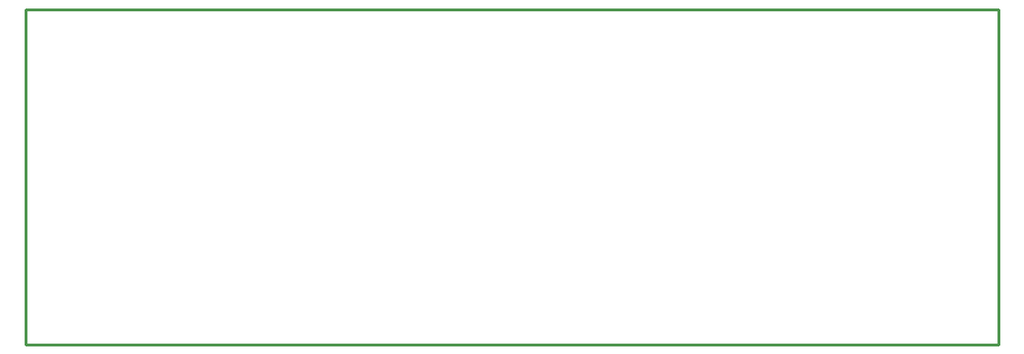
<source format=gbr>
G04*
G04 #@! TF.GenerationSoftware,Altium Limited,Altium Designer,24.9.1 (31)*
G04*
G04 Layer_Color=16711935*
%FSLAX25Y25*%
%MOIN*%
G70*
G04*
G04 #@! TF.SameCoordinates,BE83DA22-E0C5-4DDF-BF2C-7847B46FCBB1*
G04*
G04*
G04 #@! TF.FilePolarity,Positive*
G04*
G01*
G75*
%ADD12C,0.01000*%
D12*
X0Y0D02*
X342520D01*
X0Y118110D02*
X342520D01*
Y0D02*
Y118110D01*
X0Y0D02*
Y118110D01*
M02*

</source>
